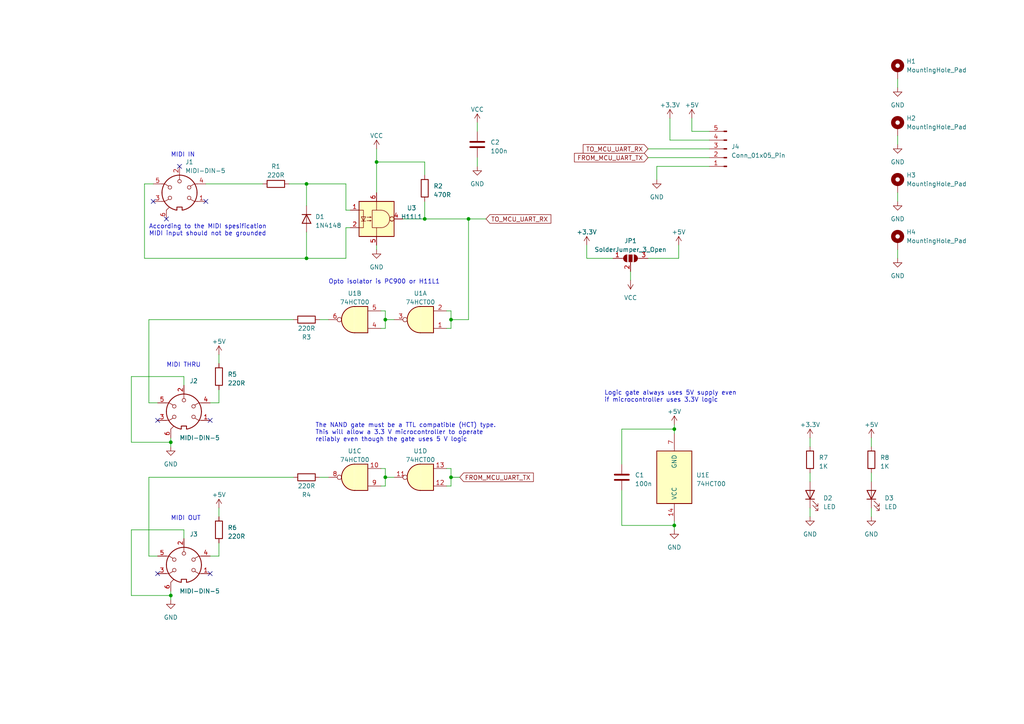
<source format=kicad_sch>
(kicad_sch (version 20231120) (generator "eeschema") (generator_version "8.0")
  (paper "A4")
  (title_block (title "Microcontroller MIDI interface") (date "2023-05-15") (rev "1") (comment 1 "Eirik Haustveit"))
  (lib_symbols
    (symbol "74xx:74HCT00" (pin_names (offset 1.016))
      (property "Reference" "U" (at 0 1.27 0))
      (property "Value" "74HCT00" (at 0 -1.27 0))
      (symbol "74HCT00_1_1"
        (arc (start 0 -3.81) (mid 3.7934 0) (end 0 3.81) (stroke (width 0.254)) (fill (type background)))
        (polyline (pts (xy 0 3.81) (xy -3.81 3.81) (xy -3.81 -3.81) (xy 0 -3.81)) (stroke (width 0.254)) (fill (type background)))
        (pin input line (at -7.62 2.54 0) (length 3.81) (name "~") (number "1"))
        (pin input line (at -7.62 -2.54 0) (length 3.81) (name "~") (number "2"))
        (pin output inverted (at 7.62 0 180) (length 3.81) (name "~") (number "3"))
      )
      (symbol "74HCT00_1_2"
        (arc (start -3.81 -3.81) (mid -2.589 0) (end -3.81 3.81) (stroke (width 0.254)))
        (arc (start -0.6096 -3.81) (mid 2.1842 -2.5851) (end 3.81 0) (stroke (width 0.254)) (fill (type background)))
        (polyline (pts (xy -3.81 -3.81) (xy -0.635 -3.81)) (stroke (width 0.254)) (fill (type background)))
        (polyline (pts (xy -3.81 3.81) (xy -0.635 3.81)) (stroke (width 0.254)) (fill (type background)))
        (polyline (pts (xy -0.635 3.81) (xy -3.81 3.81) (xy -3.81 3.81) (xy -3.556 3.4036) (xy -3.0226 2.2606) (xy -2.6924 1.0414) (xy -2.6162 -0.254) (xy -2.7686 -1.4986) (xy -3.175 -2.7178) (xy -3.81 -3.81) (xy -3.81 -3.81) (xy -0.635 -3.81)) (stroke (width -25.4)) (fill (type background)))
        (arc (start 3.81 0) (mid 2.1915 2.5936) (end -0.6096 3.81) (stroke (width 0.254)) (fill (type background)))
        (pin input inverted (at -7.62 2.54 0) (length 4.318) (name "~") (number "1"))
        (pin input inverted (at -7.62 -2.54 0) (length 4.318) (name "~") (number "2"))
        (pin output line (at 7.62 0 180) (length 3.81) (name "~") (number "3"))
      )
      (symbol "74HCT00_2_1"
        (arc (start 0 -3.81) (mid 3.7934 0) (end 0 3.81) (stroke (width 0.254)) (fill (type background)))
        (polyline (pts (xy 0 3.81) (xy -3.81 3.81) (xy -3.81 -3.81) (xy 0 -3.81)) (stroke (width 0.254)) (fill (type background)))
        (pin input line (at -7.62 2.54 0) (length 3.81) (name "~") (number "4"))
        (pin input line (at -7.62 -2.54 0) (length 3.81) (name "~") (number "5"))
        (pin output inverted (at 7.62 0 180) (length 3.81) (name "~") (number "6"))
      )
      (symbol "74HCT00_2_2"
        (arc (start -3.81 -3.81) (mid -2.589 0) (end -3.81 3.81) (stroke (width 0.254)))
        (arc (start -0.6096 -3.81) (mid 2.1842 -2.5851) (end 3.81 0) (stroke (width 0.254)) (fill (type background)))
        (polyline (pts (xy -3.81 -3.81) (xy -0.635 -3.81)) (stroke (width 0.254)) (fill (type background)))
        (polyline (pts (xy -3.81 3.81) (xy -0.635 3.81)) (stroke (width 0.254)) (fill (type background)))
        (polyline (pts (xy -0.635 3.81) (xy -3.81 3.81) (xy -3.81 3.81) (xy -3.556 3.4036) (xy -3.0226 2.2606) (xy -2.6924 1.0414) (xy -2.6162 -0.254) (xy -2.7686 -1.4986) (xy -3.175 -2.7178) (xy -3.81 -3.81) (xy -3.81 -3.81) (xy -0.635 -3.81)) (stroke (width -25.4)) (fill (type background)))
        (arc (start 3.81 0) (mid 2.1915 2.5936) (end -0.6096 3.81) (stroke (width 0.254)) (fill (type background)))
        (pin input inverted (at -7.62 2.54 0) (length 4.318) (name "~") (number "4"))
        (pin input inverted (at -7.62 -2.54 0) (length 4.318) (name "~") (number "5"))
        (pin output line (at 7.62 0 180) (length 3.81) (name "~") (number "6"))
      )
      (symbol "74HCT00_3_1"
        (arc (start 0 -3.81) (mid 3.7934 0) (end 0 3.81) (stroke (width 0.254)) (fill (type background)))
        (polyline (pts (xy 0 3.81) (xy -3.81 3.81) (xy -3.81 -3.81) (xy 0 -3.81)) (stroke (width 0.254)) (fill (type background)))
        (pin input line (at -7.62 -2.54 0) (length 3.81) (name "~") (number "10"))
        (pin output inverted (at 7.62 0 180) (length 3.81) (name "~") (number "8"))
        (pin input line (at -7.62 2.54 0) (length 3.81) (name "~") (number "9"))
      )
      (symbol "74HCT00_3_2"
        (arc (start -3.81 -3.81) (mid -2.589 0) (end -3.81 3.81) (stroke (width 0.254)))
        (arc (start -0.6096 -3.81) (mid 2.1842 -2.5851) (end 3.81 0) (stroke (width 0.254)) (fill (type background)))
        (polyline (pts (xy -3.81 -3.81) (xy -0.635 -3.81)) (stroke (width 0.254)) (fill (type background)))
        (polyline (pts (xy -3.81 3.81) (xy -0.635 3.81)) (stroke (width 0.254)) (fill (type background)))
        (polyline (pts (xy -0.635 3.81) (xy -3.81 3.81) (xy -3.81 3.81) (xy -3.556 3.4036) (xy -3.0226 2.2606) (xy -2.6924 1.0414) (xy -2.6162 -0.254) (xy -2.7686 -1.4986) (xy -3.175 -2.7178) (xy -3.81 -3.81) (xy -3.81 -3.81) (xy -0.635 -3.81)) (stroke (width -25.4)) (fill (type background)))
        (arc (start 3.81 0) (mid 2.1915 2.5936) (end -0.6096 3.81) (stroke (width 0.254)) (fill (type background)))
        (pin input inverted (at -7.62 -2.54 0) (length 4.318) (name "~") (number "10"))
        (pin output line (at 7.62 0 180) (length 3.81) (name "~") (number "8"))
        (pin input inverted (at -7.62 2.54 0) (length 4.318) (name "~") (number "9"))
      )
      (symbol "74HCT00_4_1"
        (arc (start 0 -3.81) (mid 3.7934 0) (end 0 3.81) (stroke (width 0.254)) (fill (type background)))
        (polyline (pts (xy 0 3.81) (xy -3.81 3.81) (xy -3.81 -3.81) (xy 0 -3.81)) (stroke (width 0.254)) (fill (type background)))
        (pin output inverted (at 7.62 0 180) (length 3.81) (name "~") (number "11"))
        (pin input line (at -7.62 2.54 0) (length 3.81) (name "~") (number "12"))
        (pin input line (at -7.62 -2.54 0) (length 3.81) (name "~") (number "13"))
      )
      (symbol "74HCT00_4_2"
        (arc (start -3.81 -3.81) (mid -2.589 0) (end -3.81 3.81) (stroke (width 0.254)))
        (arc (start -0.6096 -3.81) (mid 2.1842 -2.5851) (end 3.81 0) (stroke (width 0.254)) (fill (type background)))
        (polyline (pts (xy -3.81 -3.81) (xy -0.635 -3.81)) (stroke (width 0.254)) (fill (type background)))
        (polyline (pts (xy -3.81 3.81) (xy -0.635 3.81)) (stroke (width 0.254)) (fill (type background)))
        (polyline (pts (xy -0.635 3.81) (xy -3.81 3.81) (xy -3.81 3.81) (xy -3.556 3.4036) (xy -3.0226 2.2606) (xy -2.6924 1.0414) (xy -2.6162 -0.254) (xy -2.7686 -1.4986) (xy -3.175 -2.7178) (xy -3.81 -3.81) (xy -3.81 -3.81) (xy -0.635 -3.81)) (stroke (width -25.4)) (fill (type background)))
        (arc (start 3.81 0) (mid 2.1915 2.5936) (end -0.6096 3.81) (stroke (width 0.254)) (fill (type background)))
        (pin output line (at 7.62 0 180) (length 3.81) (name "~") (number "11"))
        (pin input inverted (at -7.62 2.54 0) (length 4.318) (name "~") (number "12"))
        (pin input inverted (at -7.62 -2.54 0) (length 4.318) (name "~") (number "13"))
      )
      (symbol "74HCT00_5_0"
        (pin power_in line (at 0 12.7 270) (length 5.08) (name "VCC") (number "14"))
        (pin power_in line (at 0 -12.7 90) (length 5.08) (name "GND") (number "7"))
      )
      (symbol "74HCT00_5_1"
        (rectangle (start -5.08 7.62) (end 5.08 -7.62) (stroke (width 0.254)) (fill (type background)))
      )
    )
    (symbol "Connector:Conn_01x05_Pin" (pin_names (offset 1.016) hide)
      (property "Reference" "J" (at 0 7.62 0))
      (property "Value" "Conn_01x05_Pin" (at 0 -7.62 0))
      (symbol "Conn_01x05_Pin_1_1"
        (polyline (pts (xy 1.27 -5.08) (xy 0.8636 -5.08)) (stroke (width 0.1524)))
        (polyline (pts (xy 1.27 -2.54) (xy 0.8636 -2.54)) (stroke (width 0.1524)))
        (polyline (pts (xy 1.27 0) (xy 0.8636 0)) (stroke (width 0.1524)))
        (polyline (pts (xy 1.27 2.54) (xy 0.8636 2.54)) (stroke (width 0.1524)))
        (polyline (pts (xy 1.27 5.08) (xy 0.8636 5.08)) (stroke (width 0.1524)))
        (rectangle (start 0.8636 -4.953) (end 0 -5.207) (stroke (width 0.1524)) (fill (type outline)))
        (rectangle (start 0.8636 -2.413) (end 0 -2.667) (stroke (width 0.1524)) (fill (type outline)))
        (rectangle (start 0.8636 0.127) (end 0 -0.127) (stroke (width 0.1524)) (fill (type outline)))
        (rectangle (start 0.8636 2.667) (end 0 2.413) (stroke (width 0.1524)) (fill (type outline)))
        (rectangle (start 0.8636 5.207) (end 0 4.953) (stroke (width 0.1524)) (fill (type outline)))
        (pin passive line (at 5.08 5.08 180) (length 3.81) (name "Pin_1") (number "1"))
        (pin passive line (at 5.08 2.54 180) (length 3.81) (name "Pin_2") (number "2"))
        (pin passive line (at 5.08 0 180) (length 3.81) (name "Pin_3") (number "3"))
        (pin passive line (at 5.08 -2.54 180) (length 3.81) (name "Pin_4") (number "4"))
        (pin passive line (at 5.08 -5.08 180) (length 3.81) (name "Pin_5") (number "5"))
      )
    )
    (symbol "Device:C" (pin_numbers hide) (pin_names (offset 0.254))
      (property "Reference" "C" (at 0.635 2.54 0))
      (property "Value" "C" (at 0.635 -2.54 0))
      (symbol "C_0_1"
        (polyline (pts (xy -2.032 -0.762) (xy 2.032 -0.762)) (stroke (width 0.508)))
        (polyline (pts (xy -2.032 0.762) (xy 2.032 0.762)) (stroke (width 0.508)))
      )
      (symbol "C_1_1"
        (pin passive line (at 0 3.81 270) (length 2.794) (name "~") (number "1"))
        (pin passive line (at 0 -3.81 90) (length 2.794) (name "~") (number "2"))
      )
    )
    (symbol "Device:D" (pin_numbers hide) (pin_names (offset 1.016) hide)
      (property "Reference" "D" (at 0 2.54 0))
      (property "Value" "D" (at 0 -2.54 0))
      (symbol "D_0_1"
        (polyline (pts (xy -1.27 1.27) (xy -1.27 -1.27)) (stroke (width 0.254)))
        (polyline (pts (xy 1.27 0) (xy -1.27 0)))
        (polyline (pts (xy 1.27 1.27) (xy 1.27 -1.27) (xy -1.27 0) (xy 1.27 1.27)) (stroke (width 0.254)))
      )
      (symbol "D_1_1"
        (pin passive line (at -3.81 0 0) (length 2.54) (name "K") (number "1"))
        (pin passive line (at 3.81 0 180) (length 2.54) (name "A") (number "2"))
      )
    )
    (symbol "Device:LED" (pin_numbers hide) (pin_names (offset 1.016) hide)
      (property "Reference" "D" (at 0 2.54 0))
      (property "Value" "LED" (at 0 -2.54 0))
      (symbol "LED_0_1"
        (polyline (pts (xy -1.27 -1.27) (xy -1.27 1.27)) (stroke (width 0.254)))
        (polyline (pts (xy -1.27 0) (xy 1.27 0)))
        (polyline (pts (xy 1.27 -1.27) (xy 1.27 1.27) (xy -1.27 0) (xy 1.27 -1.27)) (stroke (width 0.254)))
        (polyline (pts (xy -3.048 -0.762) (xy -4.572 -2.286) (xy -3.81 -2.286) (xy -4.572 -2.286) (xy -4.572 -1.524)))
        (polyline (pts (xy -1.778 -0.762) (xy -3.302 -2.286) (xy -2.54 -2.286) (xy -3.302 -2.286) (xy -3.302 -1.524)))
      )
      (symbol "LED_1_1"
        (pin passive line (at -3.81 0 0) (length 2.54) (name "K") (number "1"))
        (pin passive line (at 3.81 0 180) (length 2.54) (name "A") (number "2"))
      )
    )
    (symbol "Device:R" (pin_numbers hide) (pin_names (offset 0))
      (property "Reference" "R" (at 2.032 0 90))
      (property "Value" "R" (at 0 0 90))
      (symbol "R_0_1"
        (rectangle (start -1.016 -2.54) (end 1.016 2.54) (stroke (width 0.254)))
      )
      (symbol "R_1_1"
        (pin passive line (at 0 3.81 270) (length 1.27) (name "~") (number "1"))
        (pin passive line (at 0 -3.81 90) (length 1.27) (name "~") (number "2"))
      )
    )
    (symbol "Isolator:H11L1" (pin_names (offset 1.016))
      (property "Reference" "U" (at 1.27 8.89 0))
      (property "Value" "H11L1" (at 1.27 6.35 0))
      (symbol "H11L1_0_1"
        (rectangle (start -5.08 5.08) (end 5.08 -5.08) (stroke (width 0.254)) (fill (type background)))
        (polyline (pts (xy -4.445 -0.635) (xy -3.175 -0.635)))
        (polyline (pts (xy 0 2.54) (xy 0 5.08)))
        (polyline (pts (xy 0 -2.54) (xy 0 -5.08) (xy 0 -3.81)))
        (polyline (pts (xy -5.08 -2.54) (xy -3.81 -2.54) (xy -3.81 2.54) (xy -5.08 2.54)))
        (polyline (pts (xy -3.81 -0.635) (xy -4.445 0.635) (xy -3.175 0.635) (xy -3.81 -0.635)))
        (polyline (pts (xy 1.27 -2.54) (xy -1.27 -2.54) (xy -1.27 2.54) (xy 1.27 2.54)))
        (polyline (pts (xy -2.794 -0.508) (xy -1.524 -0.508) (xy -1.905 -0.635) (xy -1.905 -0.381) (xy -1.524 -0.508)))
        (polyline (pts (xy -2.794 0.508) (xy -1.524 0.508) (xy -1.905 0.381) (xy -1.905 0.635) (xy -1.524 0.508)))
        (arc (start 1.27 -2.54) (mid 3.799 0) (end 1.27 2.54))
      )
      (symbol "H11L1_1_1"
        (pin passive line (at -7.62 2.54 0) (length 2.54) (name "~") (number "1"))
        (pin passive line (at -7.62 -2.54 0) (length 2.54) (name "~") (number "2"))
        (pin no_connect line (at -5.08 0 0) (length 2.54) hide (name "~") (number "3"))
        (pin output inverted (at 7.62 0 180) (length 3.81) (name "~") (number "4"))
        (pin power_in line (at 0 -7.62 90) (length 2.54) (name "~") (number "5"))
        (pin power_in line (at 0 7.62 270) (length 2.54) (name "~") (number "6"))
      )
    )
    (symbol "Jumper:SolderJumper_3_Open" (pin_names (offset 0) hide)
      (property "Reference" "JP" (at -2.54 -2.54 0))
      (property "Value" "SolderJumper_3_Open" (at 0 2.794 0))
      (symbol "SolderJumper_3_Open_0_1"
        (arc (start -1.016 1.016) (mid -2.0276 0) (end -1.016 -1.016))
        (arc (start -1.016 1.016) (mid -2.0276 0) (end -1.016 -1.016) (fill (type outline)))
        (rectangle (start -0.508 1.016) (end 0.508 -1.016) (fill (type outline)))
        (polyline (pts (xy -2.54 0) (xy -2.032 0)))
        (polyline (pts (xy -1.016 1.016) (xy -1.016 -1.016)))
        (polyline (pts (xy 0 -1.27) (xy 0 -1.016)))
        (polyline (pts (xy 1.016 1.016) (xy 1.016 -1.016)))
        (polyline (pts (xy 2.54 0) (xy 2.032 0)))
        (arc (start 1.016 -1.016) (mid 2.0276 0) (end 1.016 1.016))
        (arc (start 1.016 -1.016) (mid 2.0276 0) (end 1.016 1.016) (fill (type outline)))
      )
      (symbol "SolderJumper_3_Open_1_1"
        (pin passive line (at -5.08 0 0) (length 2.54) (name "A") (number "1"))
        (pin passive line (at 0 -3.81 90) (length 2.54) (name "C") (number "2"))
        (pin passive line (at 5.08 0 180) (length 2.54) (name "B") (number "3"))
      )
    )
    (symbol "Mechanical:MountingHole_Pad" (pin_numbers hide) (pin_names (offset 1.016) hide) (exclude_from_sim yes) (in_bom no)
      (property "Reference" "H" (at 0 6.35 0))
      (property "Value" "MountingHole_Pad" (at 0 4.445 0))
      (symbol "MountingHole_Pad_0_1"
        (circle (center 0 1.27) (radius 1.27) (stroke (width 1.27)))
      )
      (symbol "MountingHole_Pad_1_1"
        (pin input line (at 0 -2.54 90) (length 2.54) (name "1") (number "1"))
      )
    )
    (symbol "connectors:MIDI-DIN-5" (pin_names (offset 1.016))
      (property "Reference" "J" (at 3.175 5.715 0))
      (property "Value" "MIDI-DIN-5" (at 3.81 -6.35 0))
      (symbol "MIDI-DIN-5_0_1"
        (arc (start -5.08 0) (mid -3.8609 -3.3364) (end -0.762 -5.08) (stroke (width 0.254)))
        (circle (center -2.794 -1.524) (radius 0.508))
        (circle (center -2.794 1.524) (radius 0.508))
        (polyline (pts (xy -3.81 -5.08) (xy -2.921 -4.191)))
        (polyline (pts (xy 0 5.08) (xy 0 3.81)))
        (polyline (pts (xy -5.08 -2.54) (xy -4.318 -2.54) (xy -3.175 -1.905)))
        (polyline (pts (xy -5.08 2.54) (xy -4.318 2.54) (xy -3.175 1.905)))
        (polyline (pts (xy 5.08 -2.54) (xy 4.318 -2.54) (xy 3.175 -1.905)))
        (polyline (pts (xy 5.08 2.54) (xy 4.318 2.54) (xy 3.175 1.905)))
        (polyline (pts (xy -0.762 -4.953) (xy -0.762 -4.191) (xy 0.762 -4.191) (xy 0.762 -4.953)) (stroke (width 0.254)))
        (circle (center 0 3.302) (radius 0.508))
        (arc (start 0.762 -5.08) (mid 3.8685 -3.343) (end 5.08 0) (stroke (width 0.254)))
        (circle (center 2.794 -1.524) (radius 0.508))
        (circle (center 2.794 1.524) (radius 0.508))
        (arc (start 5.08 0) (mid 0 5.0579) (end -5.08 0) (stroke (width 0.254)))
      )
      (symbol "MIDI-DIN-5_1_1"
        (pin passive line (at 7.62 -2.54 180) (length 2.54) (name "~") (number "1"))
        (pin passive line (at 0 7.62 270) (length 2.54) (name "~") (number "2"))
        (pin passive line (at -7.62 -2.54 0) (length 2.54) (name "~") (number "3"))
        (pin passive line (at 7.62 2.54 180) (length 2.54) (name "~") (number "4"))
        (pin passive line (at -7.62 2.54 0) (length 2.54) (name "~") (number "5"))
        (pin passive line (at -3.81 -7.62 90) (length 2.54) (name "") (number "6"))
      )
    )
    (symbol "power:+3.3V" (power) (pin_names (offset 0))
      (property "Value" "+3.3V" (at 0 3.556 0))
      (symbol "+3.3V_0_1"
        (polyline (pts (xy -0.762 1.27) (xy 0 2.54)))
        (polyline (pts (xy 0 0) (xy 0 2.54)))
        (polyline (pts (xy 0 2.54) (xy 0.762 1.27)))
      )
      (symbol "+3.3V_1_1"
        (pin power_in line (at 0 0 90) (length 0) hide (name "+3.3V") (number "1"))
      )
    )
    (symbol "power:+5V" (power) (pin_names (offset 0))
      (property "Value" "+5V" (at 0 3.556 0))
      (symbol "+5V_0_1"
        (polyline (pts (xy -0.762 1.27) (xy 0 2.54)))
        (polyline (pts (xy 0 0) (xy 0 2.54)))
        (polyline (pts (xy 0 2.54) (xy 0.762 1.27)))
      )
      (symbol "+5V_1_1"
        (pin power_in line (at 0 0 90) (length 0) hide (name "+5V") (number "1"))
      )
    )
    (symbol "power:GND" (power) (pin_names (offset 0))
      (property "Value" "GND" (at 0 -3.81 0))
      (symbol "GND_0_1"
        (polyline (pts (xy 0 0) (xy 0 -1.27) (xy 1.27 -1.27) (xy 0 -2.54) (xy -1.27 -1.27) (xy 0 -1.27)))
      )
      (symbol "GND_1_1"
        (pin power_in line (at 0 0 270) (length 0) hide (name "GND") (number "1"))
      )
    )
    (symbol "power:VCC" (power) (pin_names (offset 0))
      (property "Value" "VCC" (at 0 3.81 0))
      (symbol "VCC_0_1"
        (polyline (pts (xy -0.762 1.27) (xy 0 2.54)))
        (polyline (pts (xy 0 0) (xy 0 2.54)))
        (polyline (pts (xy 0 2.54) (xy 0.762 1.27)))
      )
      (symbol "VCC_1_1"
        (pin power_in line (at 0 0 90) (length 0) hide (name "VCC") (number "1"))
      )
    )
  )
  (junction (at 130.81 92.71))
  (junction (at 111.76 92.71))
  (junction (at 49.53 172.72))
  (junction (at 111.76 138.43))
  (junction (at 130.81 138.43))
  (junction (at 49.53 128.27))
  (junction (at 88.9 53.34))
  (junction (at 109.22 46.99))
  (junction (at 88.9 74.93))
  (junction (at 195.58 152.4))
  (junction (at 135.89 63.5))
  (junction (at 195.58 124.46))
  (junction (at 123.19 63.5))
  (no_connect (at 45.72 121.92))
  (no_connect (at 60.96 166.37))
  (no_connect (at 52.07 48.26))
  (no_connect (at 59.69 58.42))
  (no_connect (at 60.96 121.92))
  (no_connect (at 44.45 58.42))
  (no_connect (at 45.72 166.37))
  (no_connect (at 48.26 63.5))
  (wire (pts (xy 111.76 92.71) (xy 111.76 95.25)))
  (wire (pts (xy 252.73 137.16) (xy 252.73 139.7)))
  (wire (pts (xy 43.18 161.29) (xy 45.72 161.29)))
  (wire (pts (xy 53.34 156.21) (xy 53.34 153.67)))
  (wire (pts (xy 85.09 92.71) (xy 43.18 92.71)))
  (wire (pts (xy 101.6 60.96) (xy 100.33 60.96)))
  (wire (pts (xy 138.43 45.72) (xy 138.43 48.26)))
  (wire (pts (xy 111.76 92.71) (xy 114.3 92.71)))
  (wire (pts (xy 43.18 138.43) (xy 43.18 161.29)))
  (wire (pts (xy 234.95 127) (xy 234.95 129.54)))
  (wire (pts (xy 130.81 92.71) (xy 135.89 92.71)))
  (wire (pts (xy 195.58 151.13) (xy 195.58 152.4)))
  (wire (pts (xy 138.43 35.56) (xy 138.43 38.1)))
  (wire (pts (xy 38.1 128.27) (xy 49.53 128.27)))
  (wire (pts (xy 60.96 116.84) (xy 63.5 116.84)))
  (wire (pts (xy 196.85 74.93) (xy 196.85 71.12)))
  (wire (pts (xy 252.73 127) (xy 252.73 129.54)))
  (wire (pts (xy 49.53 128.27) (xy 49.53 129.54)))
  (wire (pts (xy 234.95 137.16) (xy 234.95 139.7)))
  (wire (pts (xy 101.6 66.04) (xy 100.33 66.04)))
  (wire (pts (xy 170.18 71.12) (xy 170.18 74.93)))
  (wire (pts (xy 195.58 124.46) (xy 195.58 125.73)))
  (wire (pts (xy 41.91 74.93) (xy 88.9 74.93)))
  (wire (pts (xy 187.96 74.93) (xy 196.85 74.93)))
  (wire (pts (xy 60.96 161.29) (xy 63.5 161.29)))
  (wire (pts (xy 109.22 43.18) (xy 109.22 46.99)))
  (wire (pts (xy 88.9 53.34) (xy 88.9 59.69)))
  (wire (pts (xy 130.81 138.43) (xy 130.81 135.89)))
  (wire (pts (xy 111.76 138.43) (xy 111.76 140.97)))
  (wire (pts (xy 200.66 38.1) (xy 205.74 38.1)))
  (wire (pts (xy 135.89 63.5) (xy 140.97 63.5)))
  (wire (pts (xy 49.53 127) (xy 49.53 128.27)))
  (wire (pts (xy 49.53 171.45) (xy 49.53 172.72)))
  (wire (pts (xy 252.73 147.32) (xy 252.73 149.86)))
  (wire (pts (xy 123.19 58.42) (xy 123.19 63.5)))
  (wire (pts (xy 63.5 116.84) (xy 63.5 113.03)))
  (wire (pts (xy 109.22 46.99) (xy 109.22 55.88)))
  (wire (pts (xy 130.81 92.71) (xy 130.81 90.17)))
  (wire (pts (xy 195.58 123.19) (xy 195.58 124.46)))
  (wire (pts (xy 260.35 39.37) (xy 260.35 41.91)))
  (wire (pts (xy 180.34 142.24) (xy 180.34 152.4)))
  (wire (pts (xy 41.91 53.34) (xy 41.91 74.93)))
  (wire (pts (xy 92.71 92.71) (xy 95.25 92.71)))
  (wire (pts (xy 38.1 153.67) (xy 38.1 172.72)))
  (wire (pts (xy 53.34 109.22) (xy 38.1 109.22)))
  (wire (pts (xy 100.33 53.34) (xy 88.9 53.34)))
  (wire (pts (xy 49.53 172.72) (xy 49.53 173.99)))
  (wire (pts (xy 180.34 124.46) (xy 195.58 124.46)))
  (wire (pts (xy 205.74 40.64) (xy 194.31 40.64)))
  (wire (pts (xy 180.34 134.62) (xy 180.34 124.46)))
  (wire (pts (xy 43.18 92.71) (xy 43.18 116.84)))
  (wire (pts (xy 63.5 161.29) (xy 63.5 157.48)))
  (wire (pts (xy 130.81 138.43) (xy 133.35 138.43)))
  (wire (pts (xy 53.34 153.67) (xy 38.1 153.67)))
  (wire (pts (xy 260.35 55.88) (xy 260.35 58.42)))
  (wire (pts (xy 130.81 90.17) (xy 129.54 90.17)))
  (wire (pts (xy 100.33 60.96) (xy 100.33 53.34)))
  (wire (pts (xy 110.49 135.89) (xy 111.76 135.89)))
  (wire (pts (xy 63.5 147.32) (xy 63.5 149.86)))
  (wire (pts (xy 194.31 40.64) (xy 194.31 34.29)))
  (wire (pts (xy 114.3 138.43) (xy 111.76 138.43)))
  (wire (pts (xy 130.81 135.89) (xy 129.54 135.89)))
  (wire (pts (xy 260.35 22.86) (xy 260.35 25.4)))
  (wire (pts (xy 123.19 50.8) (xy 123.19 46.99)))
  (wire (pts (xy 170.18 74.93) (xy 177.8 74.93)))
  (wire (pts (xy 180.34 152.4) (xy 195.58 152.4)))
  (wire (pts (xy 234.95 147.32) (xy 234.95 149.86)))
  (wire (pts (xy 187.96 45.72) (xy 205.74 45.72)))
  (wire (pts (xy 260.35 72.39) (xy 260.35 74.93)))
  (wire (pts (xy 116.84 63.5) (xy 123.19 63.5)))
  (wire (pts (xy 110.49 95.25) (xy 111.76 95.25)))
  (wire (pts (xy 38.1 109.22) (xy 38.1 128.27)))
  (wire (pts (xy 111.76 138.43) (xy 111.76 135.89)))
  (wire (pts (xy 63.5 102.87) (xy 63.5 105.41)))
  (wire (pts (xy 85.09 138.43) (xy 43.18 138.43)))
  (wire (pts (xy 182.88 78.74) (xy 182.88 81.28)))
  (wire (pts (xy 100.33 74.93) (xy 88.9 74.93)))
  (wire (pts (xy 109.22 46.99) (xy 123.19 46.99)))
  (wire (pts (xy 88.9 74.93) (xy 88.9 67.31)))
  (wire (pts (xy 100.33 66.04) (xy 100.33 74.93)))
  (wire (pts (xy 205.74 48.26) (xy 190.5 48.26)))
  (wire (pts (xy 92.71 138.43) (xy 95.25 138.43)))
  (wire (pts (xy 111.76 140.97) (xy 110.49 140.97)))
  (wire (pts (xy 109.22 71.12) (xy 109.22 72.39)))
  (wire (pts (xy 129.54 95.25) (xy 130.81 95.25)))
  (wire (pts (xy 123.19 63.5) (xy 135.89 63.5)))
  (wire (pts (xy 53.34 111.76) (xy 53.34 109.22)))
  (wire (pts (xy 59.69 53.34) (xy 76.2 53.34)))
  (wire (pts (xy 130.81 95.25) (xy 130.81 92.71)))
  (wire (pts (xy 41.91 53.34) (xy 44.45 53.34)))
  (wire (pts (xy 135.89 92.71) (xy 135.89 63.5)))
  (wire (pts (xy 111.76 90.17) (xy 111.76 92.71)))
  (wire (pts (xy 129.54 140.97) (xy 130.81 140.97)))
  (wire (pts (xy 130.81 140.97) (xy 130.81 138.43)))
  (wire (pts (xy 110.49 90.17) (xy 111.76 90.17)))
  (wire (pts (xy 200.66 34.29) (xy 200.66 38.1)))
  (wire (pts (xy 190.5 48.26) (xy 190.5 52.07)))
  (wire (pts (xy 187.96 43.18) (xy 205.74 43.18)))
  (wire (pts (xy 38.1 172.72) (xy 49.53 172.72)))
  (wire (pts (xy 88.9 53.34) (xy 83.82 53.34)))
  (wire (pts (xy 195.58 152.4) (xy 195.58 153.67)))
  (wire (pts (xy 43.18 116.84) (xy 45.72 116.84)))
  (text "According to the MIDI spesification\nMIDI input should not be grounded" (at 43.18 68.58 0) (effects (font (size 1.27 1.27)) (justify left bottom)))
  (text "Logic gate always uses 5V supply even\nif microcontroller uses 3.3V logic" (at 175.26 116.84 0) (effects (font (size 1.27 1.27)) (justify left bottom)))
  (text "MIDI OUT" (at 49.53 151.13 0) (effects (font (size 1.27 1.27)) (justify left bottom)))
  (text "The NAND gate must be a TTL compatible (HCT) type.\nThis will allow a 3.3 V microcontroller to operate\nreliably even though the gate uses 5 V logic" (at 91.44 128.27 0) (effects (font (size 1.27 1.27)) (justify left bottom)))
  (text "MIDI IN" (at 49.53 45.72 0) (effects (font (size 1.27 1.27)) (justify left bottom)))
  (text "Opto isolator is PC900 or H11L1" (at 95.25 82.55 0) (effects (font (size 1.27 1.27)) (justify left bottom)))
  (text "MIDI THRU" (at 48.26 106.68 0) (effects (font (size 1.27 1.27)) (justify left bottom)))
  (global_label "FROM_MCU_UART_TX" (shape input) (at 133.35 138.43 0) (property "Intersheetrefs" "${INTERSHEET_REFS}" (effects (hide yes))))
  (global_label "FROM_MCU_UART_TX" (shape input) (at 187.96 45.72 180) (property "Intersheetrefs" "${INTERSHEET_REFS}" (effects (hide yes))))
  (global_label "TO_MCU_UART_RX" (shape input) (at 187.96 43.18 180) (property "Intersheetrefs" "${INTERSHEET_REFS}" (effects (hide yes))))
  (global_label "TO_MCU_UART_RX" (shape input) (at 140.97 63.5 0) (property "Intersheetrefs" "${INTERSHEET_REFS}" (effects (hide yes))))
  (symbol (lib_id "power:+5V") (at 195.58 123.19 0) (unit 1)
    (property "Reference" "#PWR08" (effects (hide yes)))
    (property "Value" "+5V" (at 195.58 119.38 0))
  )
  (symbol (lib_id "power:VCC") (at 138.43 35.56 0) (unit 1)
    (property "Reference" "#PWR014" (effects (hide yes)))
    (property "Value" "VCC" (at 138.43 31.75 0))
  )
  (symbol (lib_id "power:GND") (at 49.53 129.54 0) (unit 1)
    (property "Reference" "#PWR02" (effects (hide yes)))
    (property "Value" "GND" (at 49.53 134.62 0))
  )
  (symbol (lib_id "power:VCC") (at 182.88 81.28 180) (unit 1)
    (property "Reference" "#PWR01" (effects (hide yes)))
    (property "Value" "VCC" (at 182.88 86.36 0))
  )
  (symbol (lib_id "connectors:MIDI-DIN-5") (at 52.07 55.88 0) (unit 1)
    (property "Reference" "J1" (at 53.7211 46.99 0) (effects (justify left)))
    (property "Value" "MIDI-DIN-5" (at 53.7211 49.53 0) (effects (justify left)))
    (property "Footprint" "connectors:MIDI_DIN5_SCREEN" (effects (hide yes)))
    (property "Datasheet" "http://www.mouser.com/ds/2/18/40_c091_abd_e-75918.pdf" (effects (hide yes)))
  )
  (symbol (lib_id "power:GND") (at 109.22 72.39 0) (unit 1)
    (property "Reference" "#PWR013" (effects (hide yes)))
    (property "Value" "GND" (at 109.22 77.47 0))
  )
  (symbol (lib_id "Jumper:SolderJumper_3_Open") (at 182.88 74.93 0) (unit 1)
    (property "Reference" "JP1" (at 182.88 69.85 0))
    (property "Value" "SolderJumper_3_Open" (at 182.88 72.39 0))
    (property "Footprint" "Jumper:SolderJumper-3_P1.3mm_Open_RoundedPad1.0x1.5mm" (effects (hide yes)))
  )
  (symbol (lib_id "74xx:74HCT00") (at 102.87 92.71 180) (unit 2)
    (property "Reference" "U1" (at 102.8783 85.09 0))
    (property "Value" "74HCT00" (at 102.8783 87.63 0))
    (property "Footprint" "Package_SO:SSOP-14_5.3x6.2mm_P0.65mm" (effects (hide yes)))
    (property "Datasheet" "http://www.ti.com/lit/gpn/sn74hct00" (effects (hide yes)))
  )
  (symbol (lib_id "Device:D") (at 88.9 63.5 270) (unit 1)
    (property "Reference" "D1" (at 91.44 62.865 90) (effects (justify left)))
    (property "Value" "1N4148" (at 91.44 65.405 90) (effects (justify left)))
    (property "Footprint" "Diode_SMD:D_SOD-323_HandSoldering" (effects (hide yes)))
    (property "Sim.Device" "D" (effects (hide yes)))
    (property "Sim.Pins" "1=K 2=A" (effects (hide yes)))
  )
  (symbol (lib_id "power:GND") (at 49.53 173.99 0) (unit 1)
    (property "Reference" "#PWR03" (effects (hide yes)))
    (property "Value" "GND" (at 49.53 179.07 0))
  )
  (symbol (lib_id "Device:C") (at 180.34 138.43 0) (unit 1)
    (property "Reference" "C1" (at 184.15 137.795 0) (effects (justify left)))
    (property "Value" "100n" (at 184.15 140.335 0) (effects (justify left)))
    (property "Footprint" "Capacitor_SMD:C_1206_3216Metric_Pad1.33x1.80mm_HandSolder" (effects (hide yes)))
  )
  (symbol (lib_id "power:GND") (at 260.35 41.91 0) (unit 1)
    (property "Reference" "#PWR022" (effects (hide yes)))
    (property "Value" "GND" (at 260.35 46.99 0))
  )
  (symbol (lib_id "Device:R") (at 88.9 92.71 270) (unit 1)
    (property "Reference" "R3" (at 88.9 97.79 90))
    (property "Value" "220R" (at 88.9 95.25 90))
    (property "Footprint" "Resistor_SMD:R_1206_3216Metric_Pad1.30x1.75mm_HandSolder" (effects (hide yes)))
  )
  (symbol (lib_id "Device:R") (at 234.95 133.35 180) (unit 1)
    (property "Reference" "R7" (at 237.49 132.715 0) (effects (justify right)))
    (property "Value" "1K" (at 237.49 135.255 0) (effects (justify right)))
    (property "Footprint" "Resistor_SMD:R_1206_3216Metric_Pad1.30x1.75mm_HandSolder" (effects (hide yes)))
  )
  (symbol (lib_id "74xx:74HCT00") (at 102.87 138.43 180) (unit 3)
    (property "Reference" "U1" (at 102.8783 130.81 0))
    (property "Value" "74HCT00" (at 102.8783 133.35 0))
    (property "Footprint" "Package_SO:SSOP-14_5.3x6.2mm_P0.65mm" (effects (hide yes)))
    (property "Datasheet" "http://www.ti.com/lit/gpn/sn74hct00" (effects (hide yes)))
  )
  (symbol (lib_id "power:GND") (at 138.43 48.26 0) (unit 1)
    (property "Reference" "#PWR015" (effects (hide yes)))
    (property "Value" "GND" (at 138.43 53.34 0))
  )
  (symbol (lib_id "Device:R") (at 88.9 138.43 270) (unit 1)
    (property "Reference" "R4" (at 88.9 143.51 90))
    (property "Value" "220R" (at 88.9 140.97 90))
    (property "Footprint" "Resistor_SMD:R_1206_3216Metric_Pad1.30x1.75mm_HandSolder" (effects (hide yes)))
  )
  (symbol (lib_id "power:GND") (at 234.95 149.86 0) (unit 1)
    (property "Reference" "#PWR011" (effects (hide yes)))
    (property "Value" "GND" (at 234.95 154.94 0))
  )
  (symbol (lib_id "power:VCC") (at 109.22 43.18 0) (unit 1)
    (property "Reference" "#PWR012" (effects (hide yes)))
    (property "Value" "VCC" (at 109.22 39.37 0))
  )
  (symbol (lib_id "power:+5V") (at 196.85 71.12 0) (unit 1)
    (property "Reference" "#PWR06" (effects (hide yes)))
    (property "Value" "+5V" (at 196.85 67.31 0))
  )
  (symbol (lib_id "Device:R") (at 123.19 54.61 180) (unit 1)
    (property "Reference" "R2" (at 125.73 53.975 0) (effects (justify right)))
    (property "Value" "470R" (at 125.73 56.515 0) (effects (justify right)))
    (property "Footprint" "Resistor_SMD:R_1206_3216Metric_Pad1.30x1.75mm_HandSolder" (effects (hide yes)))
  )
  (symbol (lib_id "74xx:74HCT00") (at 195.58 138.43 180) (unit 5)
    (property "Reference" "U1" (at 201.93 137.795 0) (effects (justify right)))
    (property "Value" "74HCT00" (at 201.93 140.335 0) (effects (justify right)))
    (property "Footprint" "Package_SO:SSOP-14_5.3x6.2mm_P0.65mm" (effects (hide yes)))
    (property "Datasheet" "http://www.ti.com/lit/gpn/sn74hct00" (effects (hide yes)))
  )
  (symbol (lib_id "Device:R") (at 80.01 53.34 90) (unit 1)
    (property "Reference" "R1" (at 80.01 48.26 90))
    (property "Value" "220R" (at 80.01 50.8 90))
    (property "Footprint" "Resistor_SMD:R_1206_3216Metric_Pad1.30x1.75mm_HandSolder" (effects (hide yes)))
  )
  (symbol (lib_id "74xx:74HCT00") (at 121.92 138.43 180) (unit 4)
    (property "Reference" "U1" (at 121.9283 130.81 0))
    (property "Value" "74HCT00" (at 121.9283 133.35 0))
    (property "Footprint" "Package_SO:SSOP-14_5.3x6.2mm_P0.65mm" (effects (hide yes)))
    (property "Datasheet" "http://www.ti.com/lit/gpn/sn74hct00" (effects (hide yes)))
  )
  (symbol (lib_id "power:+3.3V") (at 170.18 71.12 0) (unit 1)
    (property "Reference" "#PWR018" (effects (hide yes)))
    (property "Value" "+3.3V" (at 170.18 67.31 0))
  )
  (symbol (lib_id "Isolator:H11L1") (at 109.22 63.5 0) (unit 1)
    (property "Reference" "U3" (at 119.38 60.3251 0))
    (property "Value" "H11L1" (at 119.38 62.8651 0))
    (property "Footprint" "Package_SO:SO-6_4.4x3.6mm_P1.27mm" (effects (hide yes)))
    (property "Datasheet" "https://www.onsemi.com/pub/Collateral/H11L3M-D.PDF" (effects (hide yes)))
  )
  (symbol (lib_id "Mechanical:MountingHole_Pad") (at 260.35 36.83 0) (unit 1) (exclude_from_sim yes) (in_bom no)
    (property "Reference" "H2" (at 262.89 34.2899 0) (effects (justify left)))
    (property "Value" "MountingHole_Pad" (at 262.89 36.8299 0) (effects (justify left)))
    (property "Description" "Mounting Hole with connection" (effects (hide yes)))
  )
  (symbol (lib_id "power:GND") (at 260.35 25.4 0) (unit 1)
    (property "Reference" "#PWR05" (effects (hide yes)))
    (property "Value" "GND" (at 260.35 30.48 0))
  )
  (symbol (lib_id "74xx:74HCT00") (at 121.92 92.71 180) (unit 1)
    (property "Reference" "U1" (at 121.9283 85.09 0))
    (property "Value" "74HCT00" (at 121.9283 87.63 0))
    (property "Footprint" "Package_SO:SSOP-14_5.3x6.2mm_P0.65mm" (effects (hide yes)))
    (property "Datasheet" "http://www.ti.com/lit/gpn/sn74hct00" (effects (hide yes)))
  )
  (symbol (lib_id "power:GND") (at 195.58 153.67 0) (unit 1)
    (property "Reference" "#PWR09" (effects (hide yes)))
    (property "Value" "GND" (at 195.58 158.75 0))
  )
  (symbol (lib_id "power:+5V") (at 252.73 127 0) (unit 1)
    (property "Reference" "#PWR019" (effects (hide yes)))
    (property "Value" "+5V" (at 252.73 123.19 0))
  )
  (symbol (lib_id "power:+5V") (at 200.66 34.29 0) (unit 1)
    (property "Reference" "#PWR016" (effects (hide yes)))
    (property "Value" "+5V" (at 200.66 30.48 0))
  )
  (symbol (lib_id "power:GND") (at 252.73 149.86 0) (unit 1)
    (property "Reference" "#PWR020" (effects (hide yes)))
    (property "Value" "GND" (at 252.73 154.94 0))
  )
  (symbol (lib_id "Mechanical:MountingHole_Pad") (at 260.35 20.32 0) (unit 1) (exclude_from_sim yes) (in_bom no)
    (property "Reference" "H1" (at 262.89 17.7799 0) (effects (justify left)))
    (property "Value" "MountingHole_Pad" (at 262.89 20.3199 0) (effects (justify left)))
    (property "Description" "Mounting Hole with connection" (effects (hide yes)))
  )
  (symbol (lib_id "Mechanical:MountingHole_Pad") (at 260.35 69.85 0) (unit 1) (exclude_from_sim yes) (in_bom no)
    (property "Reference" "H4" (at 262.89 67.3099 0) (effects (justify left)))
    (property "Value" "MountingHole_Pad" (at 262.89 69.8499 0) (effects (justify left)))
    (property "Description" "Mounting Hole with connection" (effects (hide yes)))
  )
  (symbol (lib_id "power:+5V") (at 63.5 102.87 0) (unit 1)
    (property "Reference" "#PWR021" (effects (hide yes)))
    (property "Value" "+5V" (at 63.5 99.06 0))
  )
  (symbol (lib_id "power:+3.3V") (at 194.31 34.29 0) (unit 1)
    (property "Reference" "#PWR017" (effects (hide yes)))
    (property "Value" "+3.3V" (at 194.31 30.48 0))
  )
  (symbol (lib_id "connectors:MIDI-DIN-5") (at 53.34 119.38 0) (unit 1)
    (property "Reference" "J2" (at 54.9911 110.49 0) (effects (justify left)))
    (property "Value" "MIDI-DIN-5" (at 52.07 127 0) (effects (justify left)))
    (property "Footprint" "connectors:MIDI_DIN5_SCREEN" (effects (hide yes)))
    (property "Datasheet" "http://www.mouser.com/ds/2/18/40_c091_abd_e-75918.pdf" (effects (hide yes)))
  )
  (symbol (lib_id "connectors:MIDI-DIN-5") (at 53.34 163.83 0) (unit 1)
    (property "Reference" "J3" (at 54.9911 154.94 0) (effects (justify left)))
    (property "Value" "MIDI-DIN-5" (at 52.07 171.45 0) (effects (justify left)))
    (property "Footprint" "connectors:MIDI_DIN5_SCREEN" (effects (hide yes)))
    (property "Datasheet" "http://www.mouser.com/ds/2/18/40_c091_abd_e-75918.pdf" (effects (hide yes)))
  )
  (symbol (lib_id "Device:R") (at 63.5 109.22 0) (unit 1)
    (property "Reference" "R5" (at 66.04 108.585 0) (effects (justify left)))
    (property "Value" "220R" (at 66.04 111.125 0) (effects (justify left)))
    (property "Footprint" "Resistor_SMD:R_1206_3216Metric_Pad1.30x1.75mm_HandSolder" (effects (hide yes)))
  )
  (symbol (lib_id "power:GND") (at 260.35 74.93 0) (unit 1)
    (property "Reference" "#PWR024" (effects (hide yes)))
    (property "Value" "GND" (at 260.35 80.01 0))
  )
  (symbol (lib_id "power:+5V") (at 63.5 147.32 0) (unit 1)
    (property "Reference" "#PWR04" (effects (hide yes)))
    (property "Value" "+5V" (at 63.5 143.51 0))
  )
  (symbol (lib_id "Device:R") (at 63.5 153.67 0) (unit 1)
    (property "Reference" "R6" (at 66.04 153.035 0) (effects (justify left)))
    (property "Value" "220R" (at 66.04 155.575 0) (effects (justify left)))
    (property "Footprint" "Resistor_SMD:R_1206_3216Metric_Pad1.30x1.75mm_HandSolder" (effects (hide yes)))
  )
  (symbol (lib_id "Device:R") (at 252.73 133.35 180) (unit 1)
    (property "Reference" "R8" (at 255.27 132.715 0) (effects (justify right)))
    (property "Value" "1K" (at 255.27 135.255 0) (effects (justify right)))
    (property "Footprint" "Resistor_SMD:R_1206_3216Metric_Pad1.30x1.75mm_HandSolder" (effects (hide yes)))
  )
  (symbol (lib_id "power:GND") (at 260.35 58.42 0) (unit 1)
    (property "Reference" "#PWR023" (effects (hide yes)))
    (property "Value" "GND" (at 260.35 63.5 0))
  )
  (symbol (lib_id "Mechanical:MountingHole_Pad") (at 260.35 53.34 0) (unit 1) (exclude_from_sim yes) (in_bom no)
    (property "Reference" "H3" (at 262.89 50.7999 0) (effects (justify left)))
    (property "Value" "MountingHole_Pad" (at 262.89 53.3399 0) (effects (justify left)))
    (property "Description" "Mounting Hole with connection" (effects (hide yes)))
  )
  (symbol (lib_id "Connector:Conn_01x05_Pin") (at 210.82 43.18 180) (unit 1)
    (property "Reference" "J4" (at 212.09 42.545 0) (effects (justify right)))
    (property "Value" "Conn_01x05_Pin" (at 212.09 45.085 0) (effects (justify right)))
    (property "Footprint" "Connector_PinHeader_2.54mm:PinHeader_1x05_P2.54mm_Vertical" (effects (hide yes)))
  )
  (symbol (lib_id "Device:LED") (at 234.95 143.51 90) (unit 1)
    (property "Reference" "D2" (at 238.76 144.4625 90) (effects (justify right)))
    (property "Value" "LED" (at 238.76 147.0025 90) (effects (justify right)))
    (property "Footprint" "LED_SMD:LED_1206_3216Metric_Pad1.42x1.75mm_HandSolder" (effects (hide yes)))
  )
  (symbol (lib_id "power:+3.3V") (at 234.95 127 0) (unit 1)
    (property "Reference" "#PWR010" (effects (hide yes)))
    (property "Value" "+3.3V" (at 234.95 123.19 0))
  )
  (symbol (lib_id "Device:LED") (at 252.73 143.51 90) (unit 1)
    (property "Reference" "D3" (at 256.54 144.4625 90) (effects (justify right)))
    (property "Value" "LED" (at 256.54 147.0025 90) (effects (justify right)))
    (property "Footprint" "LED_SMD:LED_1206_3216Metric_Pad1.42x1.75mm_HandSolder" (effects (hide yes)))
  )
  (symbol (lib_id "Device:C") (at 138.43 41.91 0) (unit 1)
    (property "Reference" "C2" (at 142.24 41.275 0) (effects (justify left)))
    (property "Value" "100n" (at 142.24 43.815 0) (effects (justify left)))
    (property "Footprint" "Capacitor_SMD:C_1206_3216Metric_Pad1.33x1.80mm_HandSolder" (effects (hide yes)))
  )
  (symbol (lib_id "power:GND") (at 190.5 52.07 0) (unit 1)
    (property "Reference" "#PWR07" (effects (hide yes)))
    (property "Value" "GND" (at 190.5 57.15 0))
  )
)
</source>
